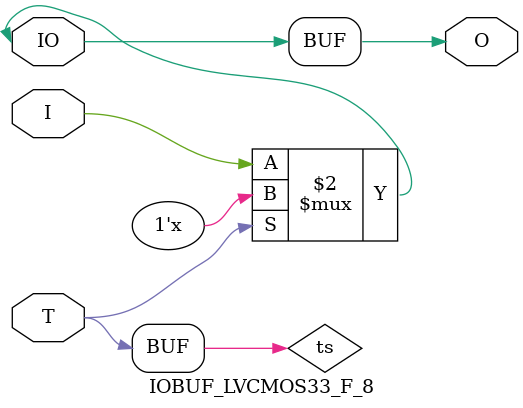
<source format=v>

/*

FUNCTION    : INPUT TRI-STATE OUTPUT BUFFER

*/

`celldefine
`timescale  100 ps / 10 ps

module IOBUF_LVCMOS33_F_8 (O, IO, I, T);

    output O;

    inout  IO;

    input  I, T;

    or O1 (ts, 1'b0, T);
    bufif0 T1 (IO, I, ts);

    buf B1 (O, IO);

endmodule

</source>
